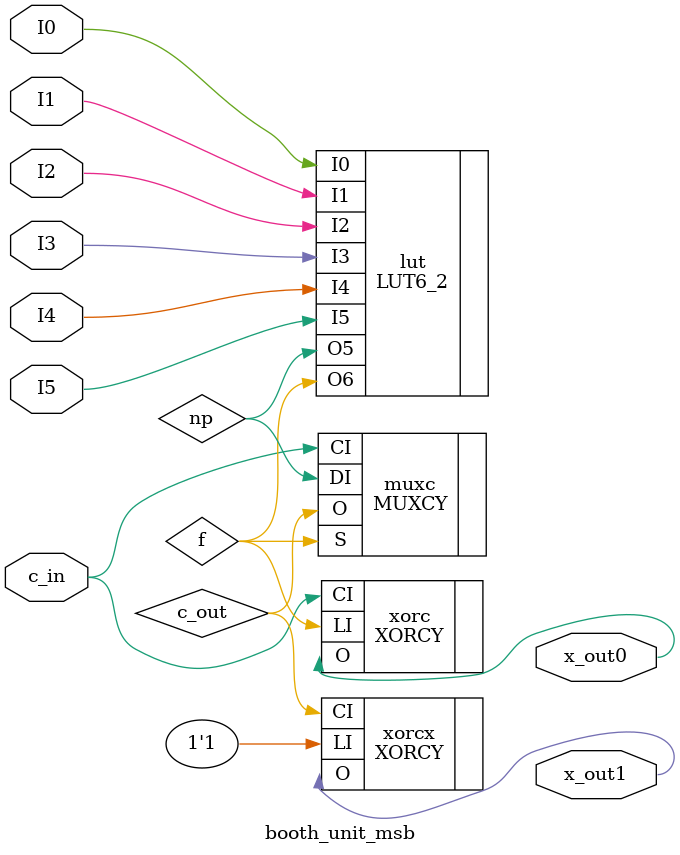
<source format=sv>
`timescale 1 ps / 1 ps

module optmult
  #(
    parameter UNSIGNED = 1,
    parameter M_W = 8,
    parameter N_W = 8
   )
   (
    input wire                clk,
    input wire                rst,
    input wire  [M_W-1:0]     a,
    input wire  [N_W-1:0]     b,
    output wire [N_W+M_W-1:0] out
   );

  // M_W and N_W eXtended
  localparam N_ODD = N_W % 2 == 1;
  localparam NX = N_ODD ? N_W + 1 : N_W + 2*UNSIGNED;
  localparam MX = UNSIGNED ? M_W + 1 : M_W;
  localparam RHO = NX/2;
  localparam NUM_PIPES = (RHO+1)/2;

  // extended a and b
  wire    [MX-1:0]                A [RHO-1:0];
  wire    [NX-1:0]                B [RHO-1:0];

  // interconnect wires
  wire    [MX+1:0]                x_in  [RHO-1:0];
  wire    [MX+1:0]                x_out [RHO-1:0];
  wire    [MX:0]                  c_in  [RHO-1:0];
  wire    [MX-1:0]                c_out [RHO-1:0];

  // full output, will try to cut off bits that I don't need
  // though they may very well get optimized away
  wire    [NX+MX-1:0]             P;

  genvar i;
  genvar rho;
  generate
    // extend the inputs to their required size
    if (UNSIGNED) begin
      assign A[0] = {1'b0, a};
      if (N_ODD) begin
        assign B[0] = {1'b0, b};
      end else begin
        assign B[0] = {2'b0, b};
      end
    end else begin
      assign A[0] = a;
      if (N_ODD) begin
        assign B[0] = {b[N_W-1], b};
      end else begin
        assign B[0] = b;
      end
    end

    // map intermediate wires
    for (rho = 0; rho < RHO; rho = rho + 1) begin
      for (i = 1; i < MX+1; i = i + 1) begin
        assign c_in[rho][i] = c_out[rho][i-1];
      end
    end
    // assign the outs and ins
    assign x_in[0] = {(MX+2){1'b0}};
    for (rho = 1; rho < RHO; rho = rho + 1) begin
      if (rho % 2 == 0) begin
        pipe_reg #(.REG_W(MX+2), .PIP_D(1))
          pipe_x (
            .clk(clk),
            .rst(rst),
            .in(x_out[rho-1]),
            .out(x_in[rho]));
        pipe_reg #(.REG_W(MX), .PIP_D(1))
          pipe_a (
            .clk(clk),
            .rst(rst),
            .in(A[rho-1]),
            .out(A[rho]));
        // pipe_reg #(.REG_W(NX), .PIP_D(1))
        pipe_reg #(.REG_W(NX-2*rho+1), .PIP_D(1))
          pipe_b (
            .clk(clk),
            .rst(rst),
            .in(B[rho-1][NX-1:2*rho-1]),
            .out(B[rho][NX-1:2*rho-1]));
        if (rho > 1) assign B[rho][2*rho-2:0] = 0;
        else assign B[rho][0] = 1'b0;
            // .in(B[rho-1]),
            // .out(B[rho]));
      end else begin
        assign x_in[rho] = x_out[rho-1];
        assign A[rho] = A[rho-1];
        assign B[rho] = B[rho-1];
      end
    end

    // always clock out the the output
    pipe_reg #(.REG_W(MX+2), .PIP_D(1))
      pipe_x (
        .clk(clk),
        .rst(rst),
        .in(x_out[RHO-1]),
        .out(P[NX+MX-1:NX-2]));

    for (rho = 1; rho < RHO; rho = rho + 1) begin
      pipe_reg #(.REG_W(2), .PIP_D(NUM_PIPES-rho/2))
        pipe_P (
          .clk(clk),
          .rst(rst),
          .in(x_in[rho][1:0]),
          .out(P[2*rho-1:2*rho-2]));
    end

    // gen loop for luts
    for (rho = 0; rho < RHO; rho = rho + 1) begin
      assign c_in[rho][0] = 1'b0;
      for (i = 0; i <= MX; i = i + 1) begin
        // -------------------------- //
        // ***** START ROW LOOP ***** //
        // -------------------------- //
        if (i == 0) begin
          // first column LUT6_2
          booth_unit #()
            booth (
              .I0(1'b0),
              .I1(A[rho][i]),
              .I2(rho ? B[rho][2*rho-1] : 1'b0),
              .I3(B[rho][2*rho]),
              .I4(B[rho][2*rho+1]),
              .I5(x_in[rho][i+2]),
              .c_in(B[rho][2*rho+1]),
              .c_out(c_out[rho][i]),
              .x_out(x_out[rho][i])
            );
        end else if (i == MX) begin
          // final column LUT6_2
          booth_unit_msb #()
            booth_msb (
              .I0(x_in[rho][i+1]),
              .I1(A[rho][i-1]),
              .I2(rho ? B[rho][2*rho-1] : 1'b0),
              .I3(B[rho][2*rho]),
              .I4(B[rho][2*rho+1]),
              .I5(1'b1),
              .c_in(c_in[rho][i]),
              .x_out0(x_out[rho][i]),
              .x_out1(x_out[rho][i+1])
            );
        end else begin
          // standard LUT6_2
          booth_unit #()
            booth (
              .I0(A[rho][i-1]),
              .I1(A[rho][i]),
              .I2(rho ? B[rho][2*rho-1] : 1'b0),
              .I3(B[rho][2*rho]),
              .I4(B[rho][2*rho+1]),
              .I5(x_in[rho][i+2]),
              .c_in(c_in[rho][i]),
              .c_out(c_out[rho][i]),
              .x_out(x_out[rho][i])
            );
        end
      end
    end
  endgenerate

  // assign the output to final pipe reg
  assign out = P[N_W+M_W-1:0];

endmodule // optmult

module booth_unit
  #(
   )
   (
    input wire                I0,
    input wire                I1,
    input wire                I2,
    input wire                I3,
    input wire                I4,
    input wire                I5,
    input wire                c_in,
    output wire               c_out,
    output wire               x_out
   );

  wire                        p;
  wire                        np;

  LUT6_2 #(.INIT(64'h0CCA533FF335ACC0))
    lut (
      .I0(I0),
      .I1(I1),
      .I2(I2),
      .I3(I3),
      .I4(I4),
      .I5(I5),
      .O5(p),
      .O6(np)
    );
  MUXCY muxc (.DI(p), .CI(c_in), .S(np), .O(c_out));
  XORCY xorc (.LI(np), .CI(c_in), .O(x_out));
endmodule // booth_unit

module booth_unit_msb
  #(
   )
   (
    input wire                I0,
    input wire                I1,
    input wire                I2,
    input wire                I3,
    input wire                I4,
    input wire                I5,
    input wire                c_in,
    output wire               x_out0,
    output wire               x_out1
   );

  wire                        f;
  wire                        np;
  wire                        c_out;

  LUT6_2 #(.INIT(64'h5999666A0CCC333F))
    lut (
      .I0(I0),
      .I1(I1),
      .I2(I2),
      .I3(I3),
      .I4(I4),
      .I5(I5),
      .O5(np),
      .O6(f)
    );
  MUXCY muxc (.DI(np), .CI(c_in), .S(f), .O(c_out));
  XORCY xorc (.LI(f), .CI(c_in), .O(x_out0));
  // MUXCY muxcx (.DI(1'b0), .CI(c_out), .S(1'b1), .O(c_out[rho][i+1]));
  XORCY xorcx (.LI(1'b1), .CI(c_out), .O(x_out1));
endmodule // booth_unit_msb

</source>
